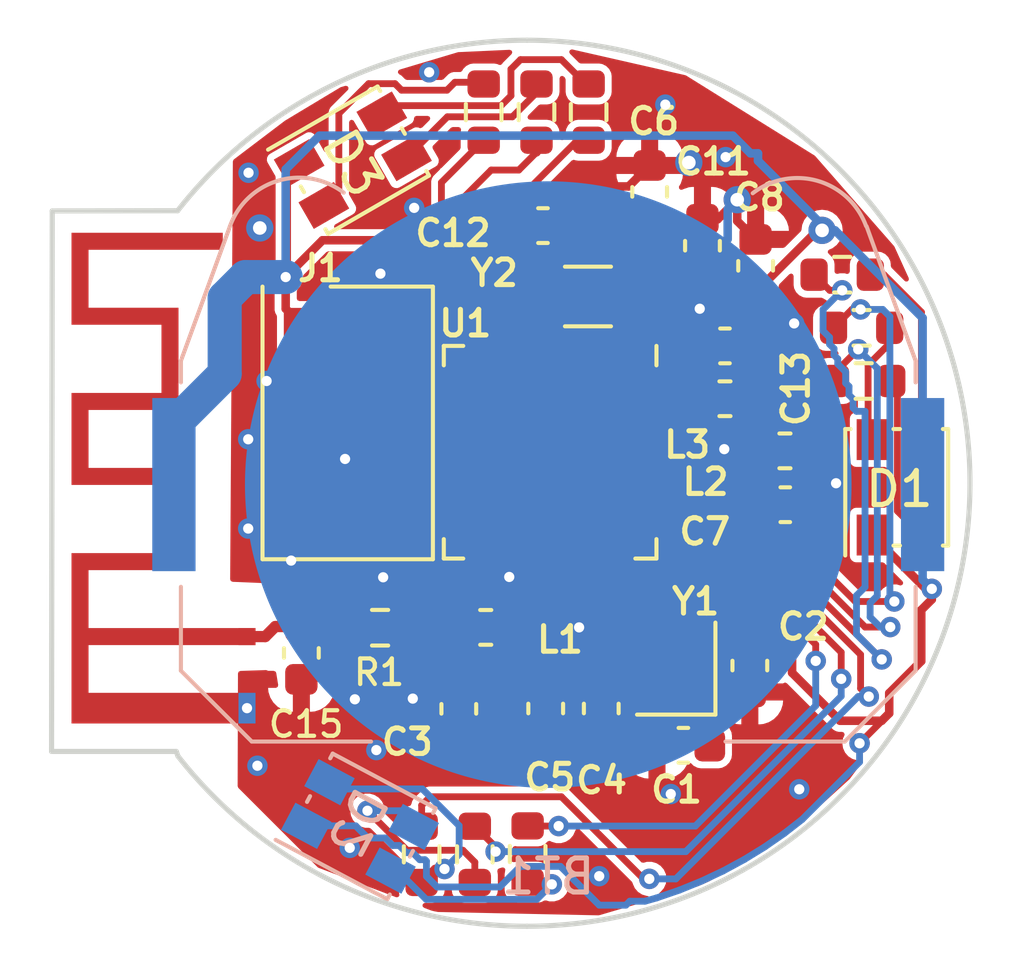
<source format=kicad_pcb>
(kicad_pcb (version 20240108) (generator "pcbnew") (generator_version "8.0")
  (layers (0 "F.Cu" signal) (1 "In1.Cu" signal) (2 "In2.Cu" signal) (31 "B.Cu" signal) (34 "B.Paste" user) (35 "F.Paste" user) (36 "B.SilkS" user "B.Silkscreen") (37 "F.SilkS" user "F.Silkscreen") (38 "B.Mask" user) (39 "F.Mask" user) (44 "Edge.Cuts" user))
  (net 0 "")
  (net 1 "GND")
  (net 2 "Net-(Antenna2-A)")
  (net 3 "Net-(U1-XC1)")
  (net 4 "Net-(U1-XC2)")
  (net 5 "Net-(U1-DEC3)")
  (net 6 "Net-(U1-DEC2)")
  (net 7 "Net-(U1-DEC1)")
  (net 8 "Net-(U1-DEC4)")
  (net 9 "+BATT")
  (net 10 "Net-(U1-P0.00{slash}XL1)")
  (net 11 "Net-(U1-P0.01{slash}XL2)")
  (net 12 "Net-(D1-RK)")
  (net 13 "Net-(L2-Pad2)")
  (net 14 "Net-(D1-GK)")
  (net 15 "Net-(D1-BK)")
  (net 16 "Net-(D2-BK)")
  (net 17 "Net-(D2-RK)")
  (net 18 "Net-(D2-GK)")
  (net 19 "Net-(D3-RK)")
  (net 20 "Net-(D3-BK)")
  (net 21 "Net-(D3-GK)")
  (net 22 "Net-(U1-ANT)")
  (net 23 "Net-(U1-DCC)")
  (net 24 "SWDIO")
  (net 25 "SWDCLK")
  (net 26 "RST")
  (net 27 "SWO")
  (net 30 "Net-(C3-Pad1)")
  (net 34 "L1R")
  (net 35 "L1G")
  (net 36 "L1B")
  (net 37 "L2R")
  (net 38 "L2G")
  (net 39 "L2B")
  (net 40 "L3R")
  (net 41 "L3G")
  (net 42 "L3B")
  (footprint "Capacitor_SMD:C_0603_1608Metric" (layer "F.Cu") (at 206.36 106.58 -90)
    (property "Reference" "C3")
    (property "Value" "0.8pF")
  )
  (footprint "Capacitor_SMD:C_0603_1608Metric" (layer "F.Cu") (at 215.94 100.59)
    (property "Reference" "C7")
    (property "Value" "1.0uF")
  )
  (footprint "Capacitor_SMD:C_0603_1608Metric" (layer "F.Cu") (at 215.07 93.58 90)
    (property "Reference" "C8")
    (property "Value" "4.7uF")
  )
  (footprint "Inductor_SMD:L_0603_1608Metric" (layer "F.Cu") (at 207.15 104.19)
    (property "Reference" "L1")
    (property "Value" "3.9nH")
  )
  (footprint "Inductor_SMD:L_0603_1608Metric" (layer "F.Cu") (at 215.93 99.01)
    (property "Reference" "L2")
    (property "Value" "15nH")
  )
  (footprint "Inductor_SMD:L_0603_1608Metric" (layer "F.Cu") (at 214.17 97.48 180)
    (property "Reference" "L3")
    (property "Value" "10uH")
  )
  (footprint "Capacitor_SMD:C_0603_1608Metric" (layer "F.Cu") (at 208.83 92.4 180)
    (property "Reference" "C12")
    (property "Value" "12pF")
  )
  (footprint "Capacitor_SMD:C_0603_1608Metric" (layer "F.Cu") (at 212.95 107.65 180)
    (property "Reference" "C1")
    (property "Value" "12pF")
  )
  (footprint "Package_DFN_QFN:QFN-48-1EP_6x6mm_P0.4mm_EP4.66x4.66mm" (layer "F.Cu") (at 209.04 99.05 -90)
    (property "Reference" "U1")
    (property "Value" "nRF52832-QFAA")
  )
  (footprint "Capacitor_SMD:C_0603_1608Metric" (layer "F.Cu") (at 214.17 95.93)
    (property "Reference" "C13")
    (property "Value" "100nF")
  )
  (footprint "Capacitor_SMD:C_0603_1608Metric" (layer "F.Cu") (at 210.54 106.57 -90)
    (property "Reference" "C4")
    (property "Value" "100pF")
  )
  (footprint "Capacitor_SMD:C_0603_1608Metric" (layer "F.Cu") (at 211.96 91.41 90)
    (property "Reference" "C11")
    (property "Value" "12pF")
  )
  (footprint "Crystal:Crystal_SMD_3215-2Pin_3.2x1.5mm" (layer "F.Cu") (at 210.15 94.48 180)
    (property "Reference" "Y2")
    (property "Value" "32.768 kHz")
  )
  (footprint "Library:LED-CREE-CLV1L-FKB" (layer "F.Cu") (at 219.21 100.08 90)
    (property "Reference" "D1")
    (property "Value" "CLV1L-FKB")
  )
  (footprint "Library:LED-CREE-CLV1L-FKB" (layer "F.Cu") (at 203.25 90.48 30)
    (property "Reference" "D3")
    (property "Value" "CLV1L-FKB")
  )
  (footprint "Resistor_SMD:R_0603_1608Metric" (layer "F.Cu") (at 218.18 95.4)
    (property "Reference" "R2" (hide yes))
    (property "Value" "220")
  )
  (footprint "Resistor_SMD:R_0603_1608Metric" (layer "F.Cu") (at 217.61 93.84)
    (property "Reference" "R3" (hide yes))
    (property "Value" "220")
  )
  (footprint "Crystal:Crystal_SMD_2016-4Pin_2.0x1.6mm" (layer "F.Cu") (at 212.74 105.4 90)
    (property "Reference" "Y1")
    (property "Value" "32Mhz")
  )
  (footprint "Capacitor_SMD:C_0603_1608Metric" (layer "F.Cu") (at 208.91 106.57 -90)
    (property "Reference" "C5")
    (property "Value" "nc")
  )
  (footprint "Capacitor_SMD:C_0603_1608Metric" (layer "F.Cu") (at 214.9 105.31 -90)
    (property "Reference" "C2")
    (property "Value" "12pF")
  )
  (footprint "Capacitor_SMD:C_0603_1608Metric" (layer "F.Cu") (at 201.74 104.94 -90)
    (property "Reference" "C15")
    (property "Value" "tbd")
  )
  (footprint "Resistor_SMD:R_0603_1608Metric" (layer "F.Cu") (at 204.05 104.2)
    (property "Reference" "R1")
    (property "Value" "0R")
  )
  (footprint "lib:PinHeader_1x06_P2.00mm_Pad" (layer "F.Cu") (at 202.1 95.69)
    (property "Reference" "J1")
    (property "Value" "Prog")
  )
  (footprint "Resistor_SMD:R_0603_1608Metric" (layer "F.Cu") (at 218.24 96.96)
    (property "Reference" "R4" (hide yes))
    (property "Value" "220")
  )
  (footprint "Capacitor_SMD:C_0603_1608Metric" (layer "F.Cu") (at 213.51 92.99 90)
    (property "Reference" "C6")
    (property "Value" "100nF")
  )
  (footprint "Resistor_SMD:R_0603_1608Metric" (layer "F.Cu") (at 210.17 89.07 90)
    (property "Reference" "R8" (hide yes))
    (property "Value" "220")
  )
  (footprint "Resistor_SMD:R_0603_1608Metric" (layer "F.Cu") (at 206.83 110.85 -90)
    (property "Reference" "R6" (hide yes))
    (property "Value" "220")
  )
  (footprint "RF_Antenna:Texas_SWRA117D_2.4GHz_Right" (layer "F.Cu") (at 200.145 104.46 90)
    (property "Reference" "Antenna2" (hide yes))
    (property "Value" "BLE")
  )
  (footprint "Resistor_SMD:R_0603_1608Metric" (layer "F.Cu") (at 208.38 110.84 -90)
    (property "Reference" "R5" (hide yes))
    (property "Value" "220")
  )
  (footprint "Resistor_SMD:R_0603_1608Metric" (layer "F.Cu") (at 208.64 89.07 90)
    (property "Reference" "R9" (hide yes))
    (property "Value" "220")
  )
  (footprint "Resistor_SMD:R_0603_1608Metric" (layer "F.Cu") (at 207.09 89.07 90)
    (property "Reference" "R10" (hide yes))
    (property "Value" "220")
  )
  (footprint "Resistor_SMD:R_0603_1608Metric" (layer "F.Cu") (at 205.27 110.85 -90)
    (property "Reference" "R7" (hide yes))
    (property "Value" "220")
  )
  (footprint "Library:LED-CREE-CLV1L-FKB" (layer "B.Cu") (at 203.46 110.03 -28)
    (property "Reference" "D2")
    (property "Value" "CLV1L-FKB")
  )
  (footprint "Battery:BatteryHolder_Keystone_3034_1x20mm" (layer "B.Cu") (at 208.985 100)
    (property "Reference" "BT1")
    (property "Value" "CR2032")
  )
  (gr_line (start 198.110175 91.963683) (end 194.43 91.97) (stroke (width 0.15)) (layer "Edge.Cuts"))
  (gr_arc (start 208.36 112.96) (mid 202.662859 111.645144) (end 198.118167 107.966551) (stroke (width 0.15)) (layer "Edge.Cuts"))
  (gr_line (start 194.43 91.97) (end 194.41 107.83) (stroke (width 0.15)) (layer "Edge.Cuts"))
  (gr_arc (start 208.36 86.96) (mid 221.36 99.96) (end 208.36 112.96) (stroke (width 0.15)) (layer "Edge.Cuts"))
  (gr_line (start 198.07 107.83) (end 198.118167 107.966551) (stroke (width 0.15)) (layer "Edge.Cuts"))
  (gr_line (start 194.41 107.83) (end 198.07 107.83) (stroke (width 0.15)) (layer "Edge.Cuts"))
  (gr_arc (start 198.110175 91.963683) (mid 202.657024 88.277703) (end 208.36 86.96) (stroke (width 0.15)) (layer "Edge.Cuts"))
  (segment (start 214.675 106.085) (end 213.29 104.7) (width 0.25) (layer "F.Cu") (net 1))
  (segment (start 210.54 107.345) (end 211.87 107.345) (width 0.25) (layer "F.Cu") (net 1))
  (segment (start 212.19 106.1) (end 212.19 107.635) (width 0.2) (layer "F.Cu") (net 1))
  (segment (start 215.82 95.93) (end 215.84 95.95) (width 1) (layer "F.Cu") (net 1))
  (segment (start 209.24 103.54) (end 209.89 104.19) (width 0.2) (layer "F.Cu") (net 1))
  (segment (start 214.53 92.265) (end 215.07 92.805) (width 0.25) (layer "F.Cu") (net 1))
  (segment (start 213.025 90.635) (end 213.11 90.55) (width 0.25) (layer "F.Cu") (net 1))
  (segment (start 217.345 99.96) (end 216.715 100.59) (width 0.2) (layer "F.Cu") (net 1))
  (segment (start 211.96 90.635) (end 213.025 90.635) (width 0.25) (layer "F.Cu") (net 1))
  (segment (start 203.022354 99.247646) (end 203.022354 99.332354) (width 0.25) (layer "F.Cu") (net 1))
  (segment (start 209.24 101.91) (end 209.24 103.54) (width 0.2) (layer "F.Cu") (net 1))
  (segment (start 213.51 92.215) (end 213.955 92.215) (width 0.25) (layer "F.Cu") (net 1))
  (segment (start 211.9 98.05) (end 210.04 98.05) (width 0.2) (layer "F.Cu") (net 1))
  (segment (start 211.345 91.25) (end 211.96 90.635) (width 0.25) (layer "F.Cu") (net 1))
  (segment (start 209.22 91.25) (end 211.345 91.25) (width 0.25) (layer "F.Cu") (net 1))
  (segment (start 211.87 107.345) (end 212.175 107.65) (width 0.25) (layer "F.Cu") (net 1))
  (segment (start 210.04 98.05) (end 209.04 99.05) (width 0.2) (layer "F.Cu") (net 1))
  (segment (start 208.07 92.4) (end 209.22 91.25) (width 0.25) (layer "F.Cu") (net 1))
  (segment (start 203.022354 99.332354) (end 204.35 100.66) (width 0.25) (layer "F.Cu") (net 1))
  (segment (start 217.43 99.96) (end 217.345 99.96) (width 0.2) (layer "F.Cu") (net 1))
  (segment (start 212.19 107.635) (end 212.175 107.65) (width 0.25) (layer "F.Cu") (net 1))
  (segment (start 208.055 92.4) (end 208.07 92.4) (width 0.25) (layer "F.Cu") (net 1))
  (segment (start 213.955 92.215) (end 214.53 91.64) (width 0.25) (layer "F.Cu") (net 1))
  (segment (start 214.945 95.93) (end 215.82 95.93) (width 1) (layer "F.Cu") (net 1))
  (segment (start 209.24 101.91) (end 209.24 99.25) (width 0.2) (layer "F.Cu") (net 1))
  (segment (start 214.53 91.64) (end 214.53 92.265) (width 0.25) (layer "F.Cu") (net 1))
  (segment (start 214.9 106.085) (end 214.675 106.085) (width 0.25) (layer "F.Cu") (net 1))
  (segment (start 209.24 99.25) (end 209.04 99.05) (width 0.2) (layer "F.Cu") (net 1))
  (via (at 213.43 94.84) (size 0.6) (drill 0.3) (layers "F.Cu" "B.Cu") (net 1))
  (via (at 201.44 102.23) (size 0.6) (drill 0.3) (layers "F.Cu" "B.Cu") (net 1))
  (via (at 200.45 108.25) (size 0.6) (drill 0.3) (layers "F.Cu" "B.Cu") (net 1))
  (via (at 216.35 108.94) (size 0.6) (drill 0.3) (layers "F.Cu" "B.Cu") (net 1))
  (via (at 200.19 90.85) (size 0.6) (drill 0.3) (layers "F.Cu" "B.Cu") (net 1))
  (via (at 212.42 88.85) (size 0.6) (drill 0.3) (layers "F.Cu" "B.Cu") (net 1))
  (via (at 216.2 95.27) (size 0.6) (drill 0.3) (layers "F.Cu" "B.Cu") (net 1))
  (via (at 200.18 101.29) (size 0.6) (drill 0.3) (layers "F.Cu" "B.Cu") (net 1))
  (via (at 214.15 98.96) (size 0.6) (drill 0.3) (layers "F.Cu" "B.Cu") (net 1))
  (via (at 203.31 106.3) (size 0.6) (drill 0.3) (layers "F.Cu" "B.Cu") (net 1))
  (via (at 213.11 90.55) (size 0.8) (drill 0.4) (layers "F.Cu" "B.Cu") (net 1))
  (via (at 207.84 102.71) (size 0.6) (drill 0.3) (layers "F.Cu" "B.Cu") (net 1))
  (via (at 205.01 106.28) (size 0.6) (drill 0.3) (layers "F.Cu" "B.Cu") (net 1))
  (via (at 210.48 111.49) (size 0.6) (drill 0.3) (layers "F.Cu" "B.Cu") (net 1))
  (via (at 204.14 102.72) (size 0.6) (drill 0.3) (layers "F.Cu" "B.Cu") (net 1))
  (via (at 205.49 87.9) (size 0.6) (drill 0.3) (layers "F.Cu" "B.Cu") (net 1))
  (via (at 200.52 92.47) (size 0.8) (drill 0.4) (layers "F.Cu" "B.Cu") (net 1))
  (via (at 212.58 109.08) (size 0.6) (drill 0.3) (layers "F.Cu" "B.Cu") (net 1))
  (via (at 200.72 96.96) (size 0.6) (drill 0.3) (layers "F.Cu" "B.Cu") (net 1))
  (via (at 214.19 90.39) (size 0.6) (drill 0.3) (layers "F.Cu" "B.Cu") (net 1))
  (via (at 205.05 91.88) (size 0.6) (drill 0.3) (layers "F.Cu" "B.Cu") (net 1))
  (via (at 203.022354 99.247646) (size 0.6) (drill 0.3) (layers "F.Cu" "B.Cu") (net 1))
  (via (at 203.94 107.79) (size 0.6) (drill 0.3) (layers "F.Cu" "B.Cu") (net 1))
  (via (at 203.16 110.66) (size 0.6) (drill 0.3) (layers "F.Cu" "B.Cu") (net 1))
  (via (at 209.89 104.19) (size 0.6) (drill 0.3) (layers "F.Cu" "B.Cu") (net 1))
  (via (at 214.53 91.64) (size 0.8) (drill 0.4) (layers "F.Cu" "B.Cu") (net 1))
  (via (at 204.06 93.81) (size 0.6) (drill 0.3) (layers "F.Cu" "B.Cu") (net 1))
  (via (at 200.18 98.67) (size 0.6) (drill 0.3) (layers "F.Cu" "B.Cu") (net 1))
  (via (at 217.43 99.96) (size 0.6) (drill 0.3) (layers "F.Cu" "B.Cu") (net 1))
  (segment (start 214.53 91.64) (end 214.25 91.92) (width 0.25) (layer "B.Cu") (net 1))
  (segment (start 214.25 91.92) (end 214.25 92.8) (width 0.25) (layer "B.Cu") (net 1))
  (segment (start 203.225 104.2) (end 201.775 104.2) (width 0.33) (layer "F.Cu") (net 2))
  (segment (start 200.145 104.46) (end 200.68 104.46) (width 0.33) (layer "F.Cu") (net 2))
  (segment (start 200.975 104.165) (end 201.74 104.165) (width 0.33) (layer "F.Cu") (net 2))
  (segment (start 201.775 104.2) (end 201.74 104.165) (width 0.25) (layer "F.Cu") (net 2))
  (segment (start 200.68 104.46) (end 200.975 104.165) (width 0.33) (layer "F.Cu") (net 2))
  (segment (start 212.79 105.4) (end 211.69 105.4) (width 0.2) (layer "F.Cu") (net 3))
  (segment (start 210.44 102.405403) (end 210.44 101.91) (width 0.2) (layer "F.Cu") (net 3))
  (segment (start 213.29 106.1) (end 213.29 105.9) (width 0.25) (layer "F.Cu") (net 3))
  (segment (start 211.48 103.445403) (end 210.44 102.405403) (width 0.2) (layer "F.Cu") (net 3))
  (segment (start 211.48 105.19) (end 211.48 103.445403) (width 0.2) (layer "F.Cu") (net 3))
  (segment (start 211.69 105.4) (end 211.48 105.19) (width 0.2) (layer "F.Cu") (net 3))
  (segment (start 213.29 105.9) (end 212.79 105.4) (width 0.2) (layer "F.Cu") (net 3))
  (segment (start 213.29 106.1) (end 213.29 107.215) (width 0.2) (layer "F.Cu") (net 3))
  (segment (start 213.29 107.215) (end 213.725 107.65) (width 0.2) (layer "F.Cu") (net 3))
  (segment (start 212.19 104.7) (end 212.19 103.44) (width 0.2) (layer "F.Cu") (net 4))
  (segment (start 211.246231 102.496231) (end 211.036231 102.496231) (width 0.2) (layer "F.Cu") (net 4))
  (segment (start 212.19 103.44) (end 211.246231 102.496231) (width 0.2) (layer "F.Cu") (net 4))
  (segment (start 214.9 104.535) (end 214.335 103.97) (width 0.2) (layer "F.Cu") (net 4))
  (segment (start 214.335 103.97) (end 212.4 103.97) (width 0.2) (layer "F.Cu") (net 4))
  (segment (start 210.84 102.3) (end 210.84 101.91) (width 0.2) (layer "F.Cu") (net 4))
  (segment (start 212.4 103.97) (end 212.19 103.76) (width 0.2) (layer "F.Cu") (net 4))
  (segment (start 211.036231 102.496231) (end 210.84 102.3) (width 0.2) (layer "F.Cu") (net 4))
  (segment (start 210.04 102.53) (end 211.03 103.52) (width 0.2) (layer "F.Cu") (net 5))
  (segment (start 210.04 101.91) (end 210.04 102.53) (width 0.2) (layer "F.Cu") (net 5))
  (segment (start 211.03 103.52) (end 211.03 105.305) (width 0.2) (layer "F.Cu") (net 5))
  (segment (start 211.03 105.305) (end 210.54 105.795) (width 0.2) (layer "F.Cu") (net 5))
  (segment (start 208.91 105.795) (end 209.355 105.795) (width 0.25) (layer "F.Cu") (net 6))
  (segment (start 210.52 104.63) (end 210.52 103.59) (width 0.2) (layer "F.Cu") (net 6))
  (segment (start 210.52 103.59) (end 209.64 102.71) (width 0.2) (layer "F.Cu") (net 6))
  (segment (start 209.64 102.71) (end 209.64 101.91) (width 0.2) (layer "F.Cu") (net 6))
  (segment (start 209.355 105.795) (end 210.52 104.63) (width 0.2) (layer "F.Cu") (net 6))
  (segment (start 213.51 93.765) (end 212.985 93.765) (width 0.25) (layer "F.Cu") (net 7))
  (segment (start 212.985 93.765) (end 212.47 94.28) (width 0.25) (layer "F.Cu") (net 7))
  (segment (start 211.72 96.19) (end 211.24 96.19) (width 0.25) (layer "F.Cu") (net 7))
  (segment (start 212.47 95.44) (end 211.72 96.19) (width 0.25) (layer "F.Cu") (net 7))
  (segment (start 212.47 94.28) (end 212.47 95.44) (width 0.25) (layer "F.Cu") (net 7))
  (segment (start 212.375 97.65) (end 213.085 98.36) (width 0.25) (layer "F.Cu") (net 8))
  (segment (start 213.085 98.36) (end 214.4925 98.36) (width 0.25) (layer "F.Cu") (net 8))
  (segment (start 211.9 97.65) (end 212.375 97.65) (width 0.25) (layer "F.Cu") (net 8))
  (segment (start 214.4925 98.36) (end 215.1425 99.01) (width 0.25) (layer "F.Cu") (net 8))
  (segment (start 215.1425 99.01) (end 215.1425 100.6125) (width 0.25) (layer "F.Cu") (net 8))
  (segment (start 215.1425 100.6125) (end 215.13 100.625) (width 0.25) (layer "F.Cu") (net 8))
  (segment (start 201.28 93.91) (end 202.36 92.83) (width 0.25) (layer "F.Cu") (net 9))
  (segment (start 215.16 103.53) (end 213.25 103.53) (width 0.25) (layer "F.Cu") (net 9))
  (segment (start 201.28 93.91) (end 201.28 94.84) (width 0.25) (layer "F.Cu") (net 9))
  (segment (start 218.99 106.12) (end 219.93 105.18) (width 0.25) (layer "F.Cu") (net 9))
  (segment (start 211.63 101.91) (end 211.24 101.91) (width 0.25) (layer "F.Cu") (net 9))
  (segment (start 219.93 103.68) (end 220.24 103.37) (width 0.25) (layer "F.Cu") (net 9))
  (segment (start 201.28 93.91) (end 201.31 93.88) (width 0.25) (layer "F.Cu") (net 9))
  (segment (start 217.547537 106.93) (end 216.14 105.522463) (width 0.25) (layer "F.Cu") (net 9))
  (segment (start 201.31 93.88) (end 201.31 90.917196) (width 0.25) (layer "F.Cu") (net 9))
  (segment (start 220.24 103.06) (end 220.065 103.06) (width 0.25) (layer "F.Cu") (net 9))
  (segment (start 218.99 106.71) (end 218.77 106.93) (width 0.25) (layer "F.Cu") (net 9))
  (segment (start 213.25 103.53) (end 211.63 101.91) (width 0.25) (layer "F.Cu") (net 9))
  (segment (start 211.9 96.705) (end 212.82 95.785) (width 0.25) (layer "F.Cu") (net 9))
  (segment (start 218.99 106.72) (end 218.12 107.59) (width 0.2) (layer "F.Cu") (net 9))
  (segment (start 218.77 106.93) (end 217.547537 106.93) (width 0.25) (layer "F.Cu") (net 9))
  (segment (start 211.9 96.85) (end 211.9 96.705) (width 0.25) (layer "F.Cu") (net 9))
  (segment (start 218.99 106.71) (end 218.99 106.12) (width 0.25) (layer "F.Cu") (net 9))
  (segment (start 220.24 103.37) (end 220.24 103.06) (width 0.25) (layer "F.Cu") (net 9))
  (segment (start 212.82 95.785) (end 213.605 95.785) (width 0.25) (layer "F.Cu") (net 9))
  (segment (start 213.605 95.65) (end 214.9 94.355) (width 0.25) (layer "F.Cu") (net 9))
  (segment (start 217.02 92.54) (end 216.885 92.54) (width 0.25) (layer "F.Cu") (net 9))
  (segment (start 216.14 105.522463) (end 216.14 104.51) (width 0.25) (layer "F.Cu") (net 9))
  (segment (start 216.14 104.51) (end 215.16 103.53) (width 0.25) (layer "F.Cu") (net 9))
  (segment (start 220.065 103.06) (end 218.485 101.48) (width 0.25) (layer "F.Cu") (net 9))
  (segment (start 213.605 95.785) (end 213.605 95.65) (width 0.25) (layer "F.Cu") (net 9))
  (segment (start 204.18 92.83) (end 206.18 94.83) (width 0.25) (layer "F.Cu") (net 9))
  (segment (start 201.28 94.84) (end 202.1 95.66) (width 0.25) (layer "F.Cu") (net 9))
  (segment (start 206.18 94.83) (end 206.18 96.85) (width 0.25) (layer "F.Cu") (net 9))
  (segment (start 219.93 105.18) (end 219.93 103.68) (width 0.25) (layer "F.Cu") (net 9))
  (segment (start 216.885 92.54) (end 215.07 94.355) (width 0.25) (layer "F.Cu") (net 9))
  (segment (start 202.36 92.83) (end 204.18 92.83) (width 0.25) (layer "F.Cu") (net 9))
  (segment (start 218.99 106.71) (end 218.99 106.72) (width 0.2) (layer "F.Cu") (net 9))
  (segment (start 201.31 90.917196) (end 201.675064 90.552132) (width 0.25) (layer "F.Cu") (net 9))
  (via (at 201.28 93.91) (size 0.6) (drill 0.3) (layers "F.Cu" "B.Cu") (net 9))
  (via (at 220.24 103.06) (size 0.6) (drill 0.3) (layers "F.Cu" "B.Cu") (net 9))
  (via (at 218.12 107.59) (size 0.6) (drill 0.3) (layers "F.Cu" "B.Cu") (net 9))
  (via (at 217.02 92.54) (size 0.8) (drill 0.4) (layers "F.Cu" "B.Cu") (net 9))
  (segment (start 201.935064 109.727869) (end 201.935064 109.755802) (width 0.2) (layer "B.Cu") (net 9))
  (segment (start 201.28 93.91) (end 200.1 93.91) (width 1) (layer "B.Cu") (net 9))
  (segment (start 212.830471 111.90011) (end 212.165939 112.128245) (width 0.2) (layer "B.Cu") (net 9))
  (segment (start 199.49 96.75) (end 198 98.24) (width 1) (layer "B.Cu") (net 9))
  (segment (start 205.366968 111.006968) (end 205.213032 111.006968) (width 0.2) (layer "B.Cu") (net 9))
  (segment (start 216.434525 109.825475) (end 215.910752 110.233145) (width 0.2) (layer "B.Cu") (net 9))
  (segment (start 211.261776 112.341541) (end 210.481541 112.341541) (width 0.2) (layer "B.Cu") (net 9))
  (segment (start 209.343 111.203) (end 208.167 111.203) (width 0.2) (layer "B.Cu") (net 9))
  (segment (start 215.14 90.5) (end 217.02 92.38) (width 0.25) (layer "B.Cu") (net 9))
  (segment (start 200.27 93.91) (end 200.18 94) (width 0.25) (layer "B.Cu") (net 9))
  (segment (start 200.1 93.91) (end 199.49 94.52) (width 1) (layer "B.Cu") (net 9))
  (segment (start 219.97 95.11) (end 219.97 100) (width 0.25) (layer "B.Cu") (net 9))
  (segment (start 203.69 110.37) (end 203.332877 110.012877) (width 0.2) (layer "B.Cu") (net 9))
  (segment (start 213.481438 111.63571) (end 212.830471 111.90011) (width 0.2) (layer "B.Cu") (net 9))
  (segment (start 204.42 110.59) (end 204.2 110.37) (width 0.2) (layer "B.Cu") (net 9))
  (segment (start 217.4 92.54) (end 219.97 95.11) (width 0.25) (layer "B.Cu") (net 9))
  (segment (start 218.12 107.59) (end 218.12 108.14) (width 0.2) (layer "B.Cu") (net 9))
  (segment (start 215.333352 110.633505) (end 214.734778 111.001447) (width 0.2) (layer "B.Cu") (net 9))
  (segment (start 214.734778 111.001447) (end 214.116855 111.33585) (width 0.2) (layer "B.Cu") (net 9))
  (segment (start 205.41 111.05) (end 205.366968 111.006968) (width 0.2) (layer "B.Cu") (net 9))
  (segment (start 199.49 94.52) (end 199.49 96.75) (width 1) (layer "B.Cu") (net 9))
  (segment (start 207.563 111.807) (end 205.721709 111.807) (width 0.2) (layer "B.Cu") (net 9))
  (segment (start 211.377583 112.225734) (end 211.261776 112.341541) (width 0.2) (layer "B.Cu") (net 9))
  (segment (start 220.24 103.06) (end 219.97 102.79) (width 0.25) (layer "B.Cu") (net 9))
  (segment (start 203.332877 110.012877) (end 201.883506 110.012877) (width 0.2) (layer "B.Cu") (net 9))
  (segment (start 204.2 110.37) (end 203.69 110.37) (width 0.2) (layer "B.Cu") (net 9))
  (segment (start 215.910752 110.233145) (end 215.333352 110.633505) (width 0.2) (layer "B.Cu") (net 9))
  (segment (start 202.27 89.76) (end 214.4 89.76) (width 0.25) (layer "B.Cu") (net 9))
  (segment (start 205.213032 111.006968) (end 205.006064 110.8) (width 0.2) (layer "B.Cu") (net 9))
  (segment (start 205.721709 111.807) (end 205.41 111.495291) (width 0.2) (layer "B.Cu") (net 9))
  (segment (start 210.481541 112.341541) (end 209.343 111.203) (width 0.2) (layer "B.Cu") (net 9))
  (segment (start 219.97 102.79) (end 219.97 100) (width 0.25) (layer "B.Cu") (net 9))
  (segment (start 214.116855 111.33585) (end 213.481438 111.63571) (width 0.2) (layer "B.Cu") (net 9))
  (segment (start 201.28 90.75) (end 202.27 89.76) (width 0.25) (layer "B.Cu") (net 9))
  (segment (start 217.02 92.38) (end 217.02 92.54) (width 0.25) (layer "B.Cu") (net 9))
  (segment (start 218.12 108.14) (end 216.434525 109.825475) (width 0.2) (layer "B.Cu") (net 9))
  (segment (start 204.82 110.8) (end 204.61 110.59) (width 0.2) (layer "B.Cu") (net 9))
  (segment (start 205.006064 110.8) (end 204.82 110.8) (width 0.2) (layer "B.Cu") (net 9))
  (segment (start 214.92 90.28) (end 215.14 90.28) (width 0.25) (layer "B.Cu") (net 9))
  (segment (start 217.02 92.54) (end 217.4 92.54) (width 0.25) (layer "B.Cu") (net 9))
  (segment (start 204.61 110.59) (end 204.42 110.59) (width 0.2) (layer "B.Cu") (net 9))
  (segment (start 214.4 89.76) (end 214.92 90.28) (width 0.25) (layer "B.Cu") (net 9))
  (segment (start 201.28 93.91) (end 200.27 93.91) (width 0.25) (layer "B.Cu") (net 9))
  (segment (start 205.41 111.495291) (end 205.41 111.05) (width 0.2) (layer "B.Cu") (net 9))
  (segment (start 215.14 90.28) (end 215.14 90.5) (width 0.25) (layer "B.Cu") (net 9))
  (segment (start 208.167 111.203) (end 207.563 111.807) (width 0.2) (layer "B.Cu") (net 9))
  (segment (start 212.165939 112.128245) (end 211.821179 112.225734) (width 0.2) (layer "B.Cu") (net 9))
  (segment (start 198 98.24) (end 198 100) (width 1) (layer "B.Cu") (net 9))
  (segment (start 201.28 93.91) (end 201.28 90.75) (width 0.25) (layer "B.Cu") (net 9))
  (segment (start 211.821179 112.225734) (end 211.377583 112.225734) (width 0.2) (layer "B.Cu") (net 9))
  (segment (start 211.96 92.185) (end 211.96 93.92) (width 0.25) (layer "F.Cu") (net 10))
  (segment (start 210.84 95.04) (end 210.84 96.19) (width 0.25) (layer "F.Cu") (net 10))
  (segment (start 211.96 93.92) (end 211.4 94.48) (width 0.25) (layer "F.Cu") (net 10))
  (segment (start 211.4 94.48) (end 210.84 95.04) (width 0.25) (layer "F.Cu") (net 10))
  (segment (start 209.32 94.48) (end 208.9 94.48) (width 0.25) (layer "F.Cu") (net 11))
  (segment (start 209.605 93.775) (end 208.9 94.48) (width 0.25) (layer "F.Cu") (net 11))
  (segment (start 209.605 92.4) (end 209.605 93.775) (width 0.25) (layer "F.Cu") (net 11))
  (segment (start 210.44 96.19) (end 210.44 95.6) (width 0.25) (layer "F.Cu") (net 11))
  (segment (start 210.44 95.6) (end 209.32 94.48) (width 0.25) (layer "F.Cu") (net 11))
  (segment (start 219.23 100.775) (end 219.935 101.48) (width 0.2) (layer "F.Cu") (net 12))
  (segment (start 219.23 97.125001) (end 219.23 100.775) (width 0.2) (layer "F.Cu") (net 12))
  (segment (start 219.064999 96.96) (end 219.23 97.125001) (width 0.2) (layer "F.Cu") (net 12))
  (segment (start 215.1875 97.48) (end 214.9575 97.48) (width 0.25) (layer "F.Cu") (net 13))
  (segment (start 216.7175 99.01) (end 215.1875 97.48) (width 0.25) (layer "F.Cu") (net 13))
  (segment (start 219.935 94.940001) (end 218.834999 93.84) (width 0.2) (layer "F.Cu") (net 14))
  (segment (start 218.45 93.82) (end 218.345929 93.924071) (width 0.2) (layer "F.Cu") (net 14))
  (segment (start 218.834999 93.84) (end 218.434999 93.84) (width 0.2) (layer "F.Cu") (net 14))
  (segment (start 219.935 98.68) (end 219.935 94.940001) (width 0.2) (layer "F.Cu") (net 14))
  (segment (start 218.37 98.565) (end 218.485 98.68) (width 0.2) (layer "F.Cu") (net 15))
  (segment (start 219.004999 95.855001) (end 218.37 96.49) (width 0.2) (layer "F.Cu") (net 15))
  (segment (start 219.004999 95.4) (end 219.004999 95.855001) (width 0.2) (layer "F.Cu") (net 15))
  (segment (start 218.37 96.49) (end 218.37 98.565) (width 0.2) (layer "F.Cu") (net 15))
  (segment (start 209.025 111.665) (end 209.09 111.73) (width 0.2) (layer "F.Cu") (net 16))
  (segment (start 208.38 111.665) (end 209.025 111.665) (width 0.2) (layer "F.Cu") (net 16))
  (via (at 209.09 111.73) (size 0.6) (drill 0.3) (layers "F.Cu" "B.Cu") (net 16))
  (segment (start 208.65 112.17) (end 205.402067 112.17) (width 0.2) (layer "B.Cu") (net 16))
  (segment (start 209.09 111.73) (end 208.65 112.17) (width 0.2) (layer "B.Cu") (net 16))
  (segment (start 205.402067 112.17) (end 204.359936 111.127869) (width 0.2) (layer "B.Cu") (net 16))
  (segment (start 205.665 111.28) (end 205.27 111.675) (width 0.25) (layer "F.Cu") (net 17))
  (segment (start 205.94 111.28) (end 205.665 111.28) (width 0.25) (layer "F.Cu") (net 17))
  (via (at 205.94 111.28) (size 0.6) (drill 0.3) (layers "F.Cu" "B.Cu") (net 17))
  (segment (start 206.37 110.85) (end 206.37 110.01) (width 0.2) (layer "B.Cu") (net 17))
  (segment (start 205.94 111.28) (end 206.37 110.85) (width 0.2) (layer "B.Cu") (net 17))
  (segment (start 205.29 108.93) (end 203.117933 108.93) (width 0.2) (layer "B.Cu") (net 17))
  (segment (start 206.37 110.01) (end 205.29 108.93) (width 0.2) (layer "B.Cu") (net 17))
  (segment (start 203.117933 108.93) (end 202.660064 108.472131) (width 0.2) (layer "B.Cu") (net 17))
  (segment (start 204.84 110.73) (end 206.48 110.73) (width 0.2) (layer "F.Cu") (net 18))
  (segment (start 206.48 110.73) (end 206.83 111.08) (width 0.2) (layer "F.Cu") (net 18))
  (segment (start 206.83 111.08) (end 206.83 111.675) (width 0.2) (layer "F.Cu") (net 18))
  (segment (start 203.68 109.57) (end 204.84 110.73) (width 0.2) (layer "F.Cu") (net 18))
  (via (at 203.68 109.57) (size 0.6) (drill 0.3) (layers "F.Cu" "B.Cu") (net 18))
  (segment (start 204.782805 109.57) (end 205.084936 109.872131) (width 0.2) (layer "B.Cu") (net 18))
  (segment (start 203.68 109.57) (end 204.782805 109.57) (width 0.2) (layer "B.Cu") (net 18))
  (segment (start 204.680158 88.427) (end 204.488578 88.23542) (width 0.2) (layer "F.Cu") (net 19))
  (segment (start 202.84 91.367934) (end 202.400065 91.807869) (width 0.2) (layer "F.Cu") (net 19))
  (segment (start 203.71458 88.23542) (end 202.84 89.11) (width 0.2) (layer "F.Cu") (net 19))
  (segment (start 207.039642 88.194642) (end 206.245358 88.194642) (width 0.2) (layer "F.Cu") (net 19))
  (segment (start 204.488578 88.23542) (end 203.71458 88.23542) (width 0.2) (layer "F.Cu") (net 19))
  (segment (start 206.013 88.427) (end 204.680158 88.427) (width 0.2) (layer "F.Cu") (net 19))
  (segment (start 206.245358 88.194642) (end 206.013 88.427) (width 0.2) (layer "F.Cu") (net 19))
  (segment (start 202.84 89.11) (end 202.84 91.367934) (width 0.2) (layer "F.Cu") (net 19))
  (segment (start 207.039642 88.194642) (end 207.09 88.245) (width 0.25) (layer "F.Cu") (net 19))
  (segment (start 208.17 87.53) (end 207.89 87.81) (width 0.2) (layer "F.Cu") (net 20))
  (segment (start 210.17 88.245) (end 210.085 88.245) (width 0.25) (layer "F.Cu") (net 20))
  (segment (start 207.89 87.81) (end 207.89 88.59) (width 0.2) (layer "F.Cu") (net 20))
  (segment (start 204.382066 88.87) (end 204.099935 89.152131) (width 0.25) (layer "F.Cu") (net 20))
  (segment (start 207.89 88.59) (end 207.6 88.88) (width 0.2) (layer "F.Cu") (net 20))
  (segment (start 204.392066 88.88) (end 204.382066 88.87) (width 0.2) (layer "F.Cu") (net 20))
  (segment (start 210.085 88.245) (end 209.37 87.53) (width 0.2) (layer "F.Cu") (net 20))
  (segment (start 207.6 88.88) (end 204.392066 88.88) (width 0.2) (layer "F.Cu") (net 20))
  (segment (start 209.37 87.53) (end 208.17 87.53) (width 0.2) (layer "F.Cu") (net 20))
  (segment (start 206.025804 89.207) (end 207.933 89.207) (width 0.2) (layer "F.Cu") (net 21))
  (segment (start 208.64 88.5) (end 208.64 88.245) (width 0.2) (layer "F.Cu") (net 21))
  (segment (start 207.933 89.207) (end 208.64 88.5) (width 0.2) (layer "F.Cu") (net 21))
  (segment (start 204.824936 90.407868) (end 206.025804 89.207) (width 0.2) (layer "F.Cu") (net 21))
  (segment (start 208.84 101.91) (end 208.84 103.2875) (width 0.28) (layer "F.Cu") (net 22))
  (segment (start 208.84 103.2875) (end 207.9375 104.19) (width 0.33) (layer "F.Cu") (net 22))
  (segment (start 211.9 97.25) (end 213.1525 97.25) (width 0.25) (layer "F.Cu") (net 23))
  (segment (start 213.1525 97.25) (end 213.3825 97.48) (width 0.25) (layer "F.Cu") (net 23))
  (segment (start 207.24 102.33) (end 207.09 102.48) (width 0.2) (layer "F.Cu") (net 24))
  (segment (start 207.09 102.48) (end 206.5 102.48) (width 0.2) (layer "F.Cu") (net 24))
  (segment (start 206.5 102.48) (end 206.147 102.127) (width 0.2) (layer "F.Cu") (net 24))
  (segment (start 207.24 101.91) (end 207.24 102.33) (width 0.2) (layer "F.Cu") (net 24))
  (segment (start 206.147 102.127) (end 203.567001 102.127) (width 0.2) (layer "F.Cu") (net 24))
  (segment (start 203.567001 102.127) (end 202.100001 100.66) (width 0.2) (layer "F.Cu") (net 24))
  (segment (start 206.73 101.8) (end 203.87 101.8) (width 0.2) (layer "F.Cu") (net 25))
  (segment (start 203.87 101.8) (end 203.22 101.15) (width 0.2) (layer "F.Cu") (net 25))
  (segment (start 200.94 97.74) (end 201.756863 96.923137) (width 0.2) (layer "F.Cu") (net 25))
  (segment (start 203.22 101.15) (end 203.22 100.22) (width 0.2) (layer "F.Cu") (net 25))
  (segment (start 206.84 101.91) (end 206.73 101.8) (width 0.2) (layer "F.Cu") (net 25))
  (segment (start 200.94 98.89) (end 200.94 97.74) (width 0.2) (layer "F.Cu") (net 25))
  (segment (start 202.37 99.37) (end 201.42 99.37) (width 0.2) (layer "F.Cu") (net 25))
  (segment (start 201.42 99.37) (end 200.94 98.89) (width 0.2) (layer "F.Cu") (net 25))
  (segment (start 203.086863 96.923137) (end 204.35 95.66) (width 0.2) (layer "F.Cu") (net 25))
  (segment (start 201.756863 96.923137) (end 203.086863 96.923137) (width 0.2) (layer "F.Cu") (net 25))
  (segment (start 203.22 100.22) (end 202.37 99.37) (width 0.2) (layer "F.Cu") (net 25))
  (segment (start 205.56 100.34) (end 205.56 101.17) (width 0.2) (layer "F.Cu") (net 26))
  (segment (start 202.46 98.52) (end 202.87 98.52) (width 0.25) (layer "F.Cu") (net 26))
  (segment (start 203.84 99.32) (end 204.54 99.32) (width 0.2) (layer "F.Cu") (net 26))
  (segment (start 205.56 101.17) (end 205.64 101.25) (width 0.2) (layer "F.Cu") (net 26))
  (segment (start 204.54 99.32) (end 205.56 100.34) (width 0.2) (layer "F.Cu") (net 26))
  (segment (start 202.87 98.52) (end 203.04 98.52) (width 0.2) (layer "F.Cu") (net 26))
  (segment (start 202.1 98.16) (end 202.46 98.52) (width 0.25) (layer "F.Cu") (net 26))
  (segment (start 205.64 101.25) (end 206.18 101.25) (width 0.2) (layer "F.Cu") (net 26))
  (segment (start 203.04 98.52) (end 203.84 99.32) (width 0.2) (layer "F.Cu") (net 26))
  (segment (start 205.75 100.05) (end 206.18 100.05) (width 0.2) (layer "F.Cu") (net 27))
  (segment (start 205.61 99.91) (end 205.75 100.05) (width 0.2) (layer "F.Cu") (net 27))
  (segment (start 204.35 98.16) (end 205.61 99.42) (width 0.2) (layer "F.Cu") (net 27))
  (segment (start 205.61 99.42) (end 205.61 99.91) (width 0.2) (layer "F.Cu") (net 27))
  (segment (start 206.3625 104.19) (end 206.3625 105.8025) (width 0.25) (layer "F.Cu") (net 30))
  (segment (start 206.3625 105.8025) (end 206.36 105.805) (width 0.25) (layer "F.Cu") (net 30))
  (segment (start 206.3625 104.19) (end 204.885 104.19) (width 0.33) (layer "F.Cu") (net 30))
  (segment (start 204.885 104.19) (end 204.875 104.2) (width 0.25) (layer "F.Cu") (net 30))
  (segment (start 218.282448 104.18) (end 215.874503 101.772055) (width 0.2) (layer "F.Cu") (net 34))
  (segment (start 213.68 101.18) (end 213.68 100.47) (width 0.2) (layer "F.Cu") (net 34))
  (segment (start 215.874503 101.772055) (end 214.272055 101.772055) (width 0.2) (layer "F.Cu") (net 34))
  (segment (start 213.68 100.47) (end 212.46 99.25) (width 0.2) (layer "F.Cu") (net 34))
  (segment (start 219.02 104.18) (end 218.282448 104.18) (width 0.2) (layer "F.Cu") (net 34))
  (segment (start 214.272055 101.772055) (end 213.68 101.18) (width 0.2) (layer "F.Cu") (net 34))
  (segment (start 218.08 96.03) (end 217.415001 96.694999) (width 0.2) (layer "F.Cu") (net 34))
  (segment (start 217.415001 96.694999) (end 217.415001 96.96) (width 0.2) (layer "F.Cu") (net 34))
  (segment (start 212.46 99.25) (end 211.9 99.25) (width 0.2) (layer "F.Cu") (net 34))
  (via (at 219.02 104.18) (size 0.6) (drill 0.3) (layers "F.Cu" "B.Cu") (net 34))
  (via (at 218.08 96.03) (size 0.6) (drill 0.3) (layers "F.Cu" "B.Cu") (net 34))
  (segment (start 219.02 104.18) (end 218.722321 104.18) (width 0.2) (layer "B.Cu") (net 34))
  (segment (start 218.64 103.262903) (end 218.64 96.59) (width 0.2) (layer "B.Cu") (net 34))
  (segment (start 218.722321 104.18) (end 218.429719 103.887398) (width 0.2) (layer "B.Cu") (net 34))
  (segment (start 218.429719 103.473184) (end 218.64 103.262903) (width 0.2) (layer "B.Cu") (net 34))
  (segment (start 218.429719 103.887398) (end 218.429719 103.473184) (width 0.2) (layer "B.Cu") (net 34))
  (segment (start 218.64 96.59) (end 218.08 96.03) (width 0.2) (layer "B.Cu") (net 34))
  (segment (start 213.939055 102.099055) (end 215.739055 102.099055) (width 0.2) (layer "F.Cu") (net 35))
  (segment (start 217.245001 94.3) (end 216.785001 93.84) (width 0.2) (layer "F.Cu") (net 35))
  (segment (start 211.9 99.65) (end 212.36 99.65) (width 0.2) (layer "F.Cu") (net 35))
  (segment (start 212.36 99.65) (end 213.32 100.61) (width 0.2) (layer "F.Cu") (net 35))
  (segment (start 215.739055 102.099055) (end 218.77 105.13) (width 0.2) (layer "F.Cu") (net 35))
  (segment (start 213.32 100.61) (end 213.32 101.48) (width 0.2) (layer "F.Cu") (net 35))
  (segment (start 217.61 94.3) (end 217.245001 94.3) (width 0.2) (layer "F.Cu") (net 35))
  (segment (start 213.32 101.48) (end 213.939055 102.099055) (width 0.2) (layer "F.Cu") (net 35))
  (via (at 218.77 105.13) (size 0.6) (drill 0.3) (layers "F.Cu" "B.Cu") (net 35))
  (via (at 217.61 94.3) (size 0.6) (drill 0.3) (layers "F.Cu" "B.Cu") (net 35))
  (segment (start 217.93 97.75) (end 218.03 97.85) (width 0.2) (layer "B.Cu") (net 35))
  (segment (start 217.05 94.86) (end 217.05 95.49) (width 0.2) (layer "B.Cu") (net 35))
  (segment (start 217.24 95.68) (end 217.24 95.88) (width 0.2) (layer "B.Cu") (net 35))
  (segment (start 217.24 95.88) (end 217.37 96.01) (width 0.2) (layer "B.Cu") (net 35))
  (segment (start 218.03 104.39) (end 218.77 105.13) (width 0.2) (layer "B.Cu") (net 35))
  (segment (start 218.28 97.85) (end 218.28 103.006758) (width 0.2) (layer "B.Cu") (net 35))
  (segment (start 217.61 94.3) (end 217.05 94.86) (width 0.2) (layer "B.Cu") (net 35))
  (segment (start 217.71 96.69) (end 217.71 97.02) (width 0.2) (layer "B.Cu") (net 35))
  (segment (start 217.48 96.46) (end 217.71 96.69) (width 0.2) (layer "B.Cu") (net 35))
  (segment (start 217.81 97.37) (end 217.93 97.49) (width 0.2) (layer "B.Cu") (net 35))
  (segment (start 217.05 95.49) (end 217.24 95.68) (width 0.2) (layer "B.Cu") (net 35))
  (segment (start 218.03 103.256758) (end 218.03 104.39) (width 0.2) (layer "B.Cu") (net 35))
  (segment (start 217.81 97.12) (end 217.81 97.37) (width 0.2) (layer "B.Cu") (net 35))
  (segment (start 217.48 96.31) (end 217.48 96.46) (width 0.2) (layer "B.Cu") (net 35))
  (segment (start 217.93 97.49) (end 217.93 97.75) (width 0.2) (layer "B.Cu") (net 35))
  (segment (start 218.28 103.006758) (end 218.03 103.256758) (width 0.2) (layer "B.Cu") (net 35))
  (segment (start 217.71 97.02) (end 217.81 97.12) (width 0.2) (layer "B.Cu") (net 35))
  (segment (start 217.37 96.01) (end 217.37 96.2) (width 0.2) (layer "B.Cu") (net 35))
  (segment (start 217.37 96.2) (end 217.48 96.31) (width 0.2) (layer "B.Cu") (net 35))
  (segment (start 218.03 97.85) (end 218.28 97.85) (width 0.2) (layer "B.Cu") (net 35))
  (segment (start 217.995292 103.430396) (end 216.009951 101.445055) (width 0.2) (layer "F.Cu") (net 36))
  (segment (start 218.15 94.86) (end 217.895001 94.86) (width 0.2) (layer "F.Cu") (net 36))
  (segment (start 219.139676 103.430396) (end 217.995292 103.430396) (width 0.2) (layer "F.Cu") (net 36))
  (segment (start 212.61 98.85) (end 211.9 98.85) (width 0.2) (layer "F.Cu") (net 36))
  (segment (start 217.895001 94.86) (end 217.355001 95.4) (width 0.2) (layer "F.Cu") (net 36))
  (segment (start 216.009951 101.445055) (end 214.549935 101.445055) (width 0.2) (layer "F.Cu") (net 36))
  (segment (start 214.549935 101.445055) (end 214.13097 101.02609) (width 0.2) (layer "F.Cu") (net 36))
  (segment (start 214.13097 101.02609) (end 214.13097 100.37097) (width 0.2) (layer "F.Cu") (net 36))
  (segment (start 214.13097 100.37097) (end 212.61 98.85) (width 0.2) (layer "F.Cu") (net 36))
  (via (at 218.15 94.86) (size 0.6) (drill 0.3) (layers "F.Cu" "B.Cu") (net 36))
  (via (at 219.139676 103.430396) (size 0.6) (drill 0.3) (layers "F.Cu" "B.Cu") (net 36))
  (segment (start 219.01 95.07) (end 218.8 94.86) (width 0.2) (layer "B.Cu") (net 36))
  (segment (start 219.01 103.30072) (end 219.01 95.07) (width 0.2) (layer "B.Cu") (net 36))
  (segment (start 219.139676 103.430396) (end 219.01 103.30072) (width 0.2) (layer "B.Cu") (net 36))
  (segment (start 218.8 94.86) (end 218.15 94.86) (width 0.2) (layer "B.Cu") (net 36))
  (segment (start 211.78 111.57) (end 209.37 109.16) (width 0.2) (layer "F.Cu") (net 37))
  (segment (start 209.37 109.16) (end 205.52 109.16) (width 0.2) (layer "F.Cu") (net 37))
  (segment (start 218.39 106.22) (end 218.15 105.98) (width 0.2) (layer "F.Cu") (net 37))
  (segment (start 218.15 104.988182) (end 215.631986 102.470168) (width 0.2) (layer "F.Cu") (net 37))
  (segment (start 212.45 100.45) (end 211.9 100.45) (width 0.2) (layer "F.Cu") (net 37))
  (segment (start 213.790168 102.470168) (end 212.993 101.673) (width 0.2) (layer "F.Cu") (net 37))
  (segment (start 215.631986 102.470168) (end 213.790168 102.470168) (width 0.2) (layer "F.Cu") (net 37))
  (segment (start 212.993 101.673) (end 212.993 100.993) (width 0.2) (layer "F.Cu") (net 37))
  (segment (start 211.95 111.57) (end 211.78 111.57) (width 0.2) (layer "F.Cu") (net 37))
  (segment (start 218.15 105.98) (end 218.15 104.988182) (width 0.2) (layer "F.Cu") (net 37))
  (segment (start 205.52 109.16) (end 205.27 109.41) (width 0.2) (layer "F.Cu") (net 37))
  (segment (start 212.993 100.993) (end 212.45 100.45) (width 0.2) (layer "F.Cu") (net 37))
  (segment (start 205.27 109.41) (end 205.27 110.025) (width 0.2) (layer "F.Cu") (net 37))
  (via (at 211.95 111.57) (size 0.6) (drill 0.3) (layers "F.Cu" "B.Cu") (net 37))
  (via (at 218.39 106.22) (size 0.6) (drill 0.3) (layers "F.Cu" "B.Cu") (net 37))
  (segment (start 218.39 106.22) (end 218.078528 106.22) (width 0.2) (layer "B.Cu") (net 37))
  (segment (start 212.728528 111.57) (end 211.95 111.57) (width 0.2) (layer "B.Cu") (net 37))
  (segment (start 218.078528 106.22) (end 212.728528 111.57) (width 0.2) (layer "B.Cu") (net 37))
  (segment (start 217.581091 104.921611) (end 217.581091 105.701615) (width 0.2) (layer "F.Cu") (net 38))
  (segment (start 207.44 110.635) (end 206.83 110.025) (width 0.2) (layer "F.Cu") (net 38))
  (segment (start 212.59 101.075) (end 212.59 101.758497) (width 0.2) (layer "F.Cu") (net 38))
  (segment (start 212.59 101.758497) (end 213.641503 102.81) (width 0.2) (layer "F.Cu") (net 38))
  (segment (start 212.365 100.85) (end 212.59 101.075) (width 0.2) (layer "F.Cu") (net 38))
  (segment (start 213.641503 102.81) (end 215.46948 102.81) (width 0.2) (layer "F.Cu") (net 38))
  (segment (start 207.44 110.77) (end 207.44 110.635) (width 0.2) (layer "F.Cu") (net 38))
  (segment (start 215.46948 102.81) (end 217.581091 104.921611) (width 0.2) (layer "F.Cu") (net 38))
  (segment (start 211.9 100.85) (end 212.365 100.85) (width 0.2) (layer "F.Cu") (net 38))
  (via (at 217.581091 105.701615) (size 0.6) (drill 0.3) (layers "F.Cu" "B.Cu") (net 38))
  (via (at 207.44 110.77) (size 0.6) (drill 0.3) (layers "F.Cu" "B.Cu") (net 38))
  (segment (start 213.02 110.77) (end 207.44 110.77) (width 0.2) (layer "B.Cu") (net 38))
  (segment (start 217.581091 105.701615) (end 217.581091 106.208909) (width 0.2) (layer "B.Cu") (net 38))
  (segment (start 217.581091 106.208909) (end 213.02 110.77) (width 0.2) (layer "B.Cu") (net 38))
  (segment (start 211.9 101.56) (end 211.9 101.25) (width 0.2) (layer "F.Cu") (net 39))
  (segment (start 213.49 103.15) (end 211.9 101.56) (width 0.2) (layer "F.Cu") (net 39))
  (segment (start 209.29 110.02) (end 208.385 110.02) (width 0.2) (layer "F.Cu") (net 39))
  (segment (start 216.832915 104.692915) (end 215.29 103.15) (width 0.2) (layer "F.Cu") (net 39))
  (segment (start 208.385 110.02) (end 208.38 110.015) (width 0.2) (layer "F.Cu") (net 39))
  (segment (start 215.29 103.15) (end 213.49 103.15) (width 0.2) (layer "F.Cu") (net 39))
  (segment (start 216.832915 105.174) (end 216.832915 104.692915) (width 0.2) (layer "F.Cu") (net 39))
  (via (at 216.832915 105.174) (size 0.6) (drill 0.3) (layers "F.Cu" "B.Cu") (net 39))
  (via (at 209.29 110.02) (size 0.6) (drill 0.3) (layers "F.Cu" "B.Cu") (net 39))
  (segment (start 216.832915 106.487085) (end 213.3 110.02) (width 0.2) (layer "B.Cu") (net 39))
  (segment (start 213.3 110.02) (end 209.29 110.02) (width 0.2) (layer "B.Cu") (net 39))
  (segment (start 216.832915 105.174) (end 216.832915 106.487085) (width 0.2) (layer "B.Cu") (net 39))
  (segment (start 206.84 94.89) (end 206.84 96.19) (width 0.2) (layer "F.Cu") (net 40))
  (segment (start 205.85 91.135) (end 205.85 93.9) (width 0.2) (layer "F.Cu") (net 40))
  (segment (start 207.09 89.895) (end 205.85 91.135) (width 0.2) (layer "F.Cu") (net 40))
  (segment (start 205.85 93.9) (end 206.84 94.89) (width 0.2) (layer "F.Cu") (net 40))
  (segment (start 206.37 93.82) (end 206.37 91.71) (width 0.2) (layer "F.Cu") (net 41))
  (segment (start 206.37 91.71) (end 207.31 90.77) (width 0.2) (layer "F.Cu") (net 41))
  (segment (start 208.64 90.25) (end 208.64 89.895) (width 0.25) (layer "F.Cu") (net 41))
  (segment (start 207.24 96.19) (end 207.24 94.69) (width 0.2) (layer "F.Cu") (net 41))
  (segment (start 207.24 94.69) (end 206.37 93.82) (width 0.2) (layer "F.Cu") (net 41))
  (segment (start 208.12 90.77) (end 208.64 90.25) (width 0.2) (layer "F.Cu") (net 41))
  (segment (start 207.31 90.77) (end 208.12 90.77) (width 0.2) (layer "F.Cu") (net 41))
  (segment (start 206.88 93.61) (end 207.64 94.37) (width 0.2) (layer "F.Cu") (net 42))
  (segment (start 209.845 89.895) (end 208.41 91.33) (width 0.2) (layer "F.Cu") (net 42))
  (segment (start 206.88 91.99) (end 206.88 93.61) (width 0.2) (layer "F.Cu") (net 42))
  (segment (start 208.41 91.33) (end 207.54 91.33) (width 0.2) (layer "F.Cu") (net 42))
  (segment (start 207.54 91.33) (end 206.88 91.99) (width 0.2) (layer "F.Cu") (net 42))
  (segment (start 207.64 94.37) (end 207.64 96.19) (width 0.2) (layer "F.Cu") (net 42))
  (segment (start 210.17 89.895) (end 209.845 89.895) (width 0.25) (layer "F.Cu") (net 42))
  (zone (net 0) (net_name "") (layer "F.Cu") (connect_pads (clearance 0)) (min_thickness 0.15)
    (keepout (tracks allowed) (vias allowed) (pads allowed) (copperpour not_allowed) (footprints allowed))
    (fill (thermal_gap 0.5) (thermal_bridge_width 0.5))
    (polygon (pts (xy 200.6 103.07) (xy 209.1 103.02) (xy 209.1 105.82) (xy 201.06 105.88)))
  )
  (zone (net 1) (net_name "GND") (layer "F.Cu") (connect_pads (clearance 0.2)) (min_thickness 0.15) (fill yes (thermal_gap 0.5) (thermal_bridge_width 0.5))
    (polygon (pts (xy 201.26 89.32) (xy 199.73 90.48) (xy 199.65 102.85) (xy 201.11 102.91) (xy 201.08 105.43) (xy 199.88 105.47) (xy 199.87 108.88) (xy 202.23 111.24) (xy 205.66 112.54) (xy 210.47 112.64) (xy 213.57 111.73) (xy 216.31 110.02) (xy 217.83 108.64) (xy 219.38 106.55) (xy 220.58 103.94) (xy 221.17 100.33) (xy 220.74 96.53) (xy 219.14 93.01) (xy 216.81 90.35) (xy 213.02 87.99) (xy 209.42 87.17) (xy 206.34 87.31) (xy 202.89 88.34)))
  )
)
</source>
